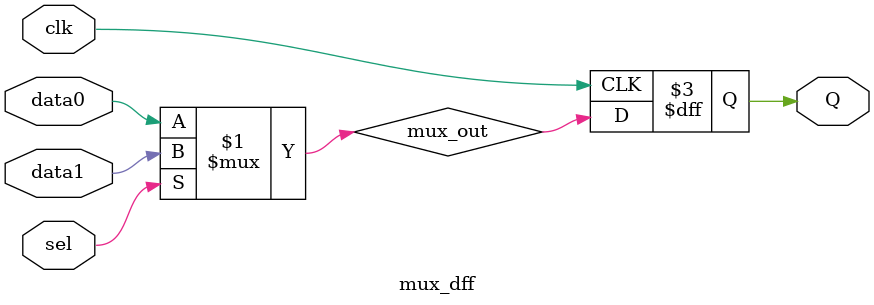
<source format=v>
module mux_dff(
    input clk,
    input sel,
    input data0,
    input data1,
    output reg Q
);

wire mux_out = sel ? data1 : data0;

always @(posedge clk) begin
    Q <= mux_out;
end

endmodule
</source>
